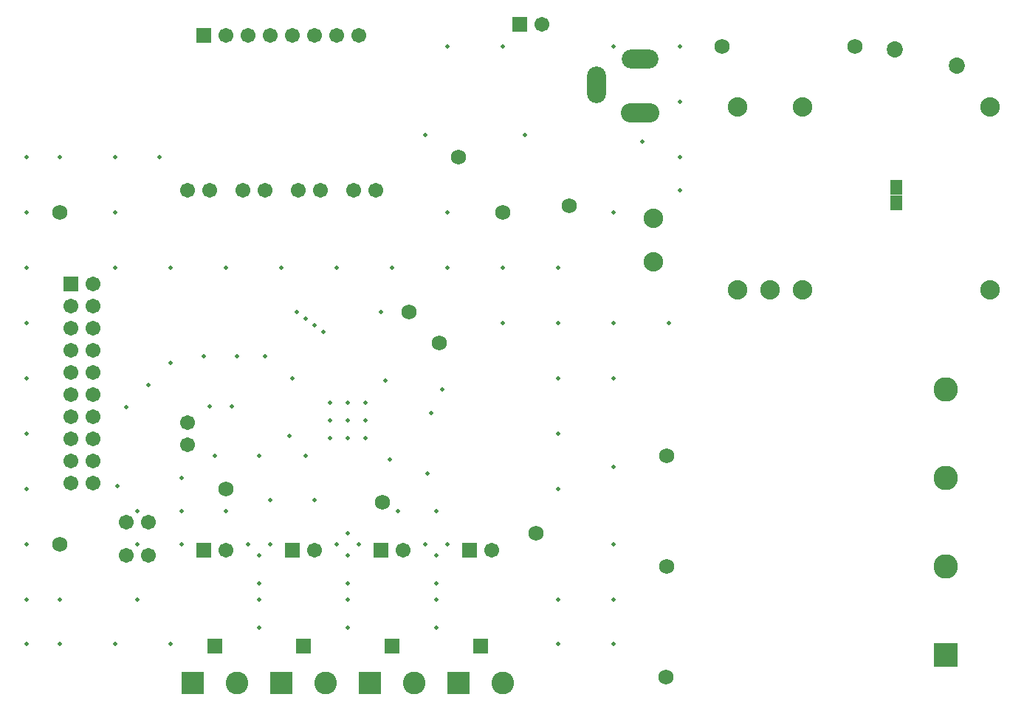
<source format=gbs>
%FSLAX25Y25*%
%MOIN*%
G70*
G01*
G75*
G04 Layer_Color=16711935*
G04:AMPARAMS|DCode=10|XSize=78.74mil|YSize=177.16mil|CornerRadius=0mil|HoleSize=0mil|Usage=FLASHONLY|Rotation=45.000|XOffset=0mil|YOffset=0mil|HoleType=Round|Shape=Rectangle|*
%AMROTATEDRECTD10*
4,1,4,0.03480,-0.09048,-0.09048,0.03480,-0.03480,0.09048,0.09048,-0.03480,0.03480,-0.09048,0.0*
%
%ADD10ROTATEDRECTD10*%

%ADD11R,0.05500X0.04000*%
%ADD12O,0.06000X0.11024*%
%ADD13R,0.06000X0.11024*%
G04:AMPARAMS|DCode=14|XSize=74.8mil|YSize=129.92mil|CornerRadius=0mil|HoleSize=0mil|Usage=FLASHONLY|Rotation=0.000|XOffset=0mil|YOffset=0mil|HoleType=Round|Shape=Octagon|*
%AMOCTAGOND14*
4,1,8,-0.01870,0.06496,0.01870,0.06496,0.03740,0.04626,0.03740,-0.04626,0.01870,-0.06496,-0.01870,-0.06496,-0.03740,-0.04626,-0.03740,0.04626,-0.01870,0.06496,0.0*
%
%ADD14OCTAGOND14*%

%ADD15R,0.02756X0.07087*%
%ADD16R,0.02756X0.05315*%
%ADD17R,0.04000X0.05500*%
%ADD18R,0.06000X0.06000*%
%ADD19R,0.07500X0.10000*%
%ADD20R,0.03500X0.03000*%
%ADD21R,0.06000X0.10000*%
%ADD22R,0.10000X0.06000*%
%ADD23R,0.04725X0.13779*%
%ADD24R,0.04725X0.13779*%
%ADD25R,0.06299X0.01181*%
%ADD26R,0.01181X0.06299*%
%ADD27C,0.02500*%
%ADD28C,0.05000*%
%ADD29C,0.01200*%
%ADD30C,0.01000*%
%ADD31C,0.02000*%
%ADD32C,0.03000*%
%ADD33C,0.01500*%
%ADD34C,0.06000*%
%ADD35R,0.05906X0.05906*%
%ADD36C,0.05906*%
%ADD37C,0.06500*%
%ADD38O,0.07874X0.15748*%
%ADD39O,0.15748X0.07874*%
%ADD40O,0.16535X0.07874*%
%ADD41R,0.10236X0.10236*%
%ADD42C,0.10236*%
%ADD43R,0.09449X0.09449*%
%ADD44C,0.09449*%
%ADD45R,0.05906X0.05906*%
%ADD46C,0.08000*%
%ADD47C,0.02000*%
%ADD48R,0.05000X0.06000*%
%ADD49C,0.00800*%
%ADD50C,0.01600*%
%ADD51C,0.00100*%
%ADD52C,0.01969*%
%ADD53C,0.04000*%
%ADD54C,0.00787*%
%ADD55C,0.00600*%
%ADD56R,0.05000X0.00400*%
%ADD57R,0.00400X0.05000*%
G04:AMPARAMS|DCode=58|XSize=86.74mil|YSize=185.17mil|CornerRadius=0mil|HoleSize=0mil|Usage=FLASHONLY|Rotation=45.000|XOffset=0mil|YOffset=0mil|HoleType=Round|Shape=Rectangle|*
%AMROTATEDRECTD58*
4,1,4,0.03480,-0.09613,-0.09613,0.03480,-0.03480,0.09613,0.09613,-0.03480,0.03480,-0.09613,0.0*
%
%ADD58ROTATEDRECTD58*%

%ADD59R,0.06300X0.04800*%
%ADD60O,0.06800X0.11824*%
%ADD61R,0.06800X0.11824*%
G04:AMPARAMS|DCode=62|XSize=82.8mil|YSize=137.92mil|CornerRadius=0mil|HoleSize=0mil|Usage=FLASHONLY|Rotation=0.000|XOffset=0mil|YOffset=0mil|HoleType=Round|Shape=Octagon|*
%AMOCTAGOND62*
4,1,8,-0.02070,0.06896,0.02070,0.06896,0.04140,0.04826,0.04140,-0.04826,0.02070,-0.06896,-0.02070,-0.06896,-0.04140,-0.04826,-0.04140,0.04826,-0.02070,0.06896,0.0*
%
%ADD62OCTAGOND62*%

%ADD63R,0.03556X0.07887*%
%ADD64R,0.03556X0.06115*%
%ADD65R,0.04800X0.06300*%
%ADD66R,0.06800X0.06800*%
%ADD67R,0.08300X0.10800*%
%ADD68R,0.04300X0.03800*%
%ADD69R,0.06800X0.10800*%
%ADD70R,0.10800X0.06800*%
%ADD71R,0.05525X0.14579*%
%ADD72R,0.05525X0.14579*%
%ADD73R,0.07099X0.01981*%
%ADD74R,0.01981X0.07099*%
%ADD75C,0.06800*%
%ADD76R,0.06706X0.06706*%
%ADD77C,0.06706*%
%ADD78C,0.07300*%
%ADD79O,0.08674X0.16548*%
%ADD80O,0.16548X0.08674*%
%ADD81O,0.17335X0.08674*%
%ADD82R,0.11036X0.11036*%
%ADD83C,0.11036*%
%ADD84R,0.10249X0.10249*%
%ADD85C,0.10249*%
%ADD86R,0.06706X0.06706*%
%ADD87C,0.08800*%
%ADD88R,0.05800X0.06800*%
D47*
X195000Y-235000D02*
D03*
X80000Y-220000D02*
D03*
X70000Y-75000D02*
D03*
X75000Y-125000D02*
D03*
X190000Y-65000D02*
D03*
X275000Y-100000D02*
D03*
X200000Y-25000D02*
D03*
X225000D02*
D03*
X10000Y-275000D02*
D03*
Y-250000D02*
D03*
Y-225000D02*
D03*
Y-200000D02*
D03*
Y-175000D02*
D03*
Y-150000D02*
D03*
X55000Y-188000D02*
D03*
X65000Y-178000D02*
D03*
X75000Y-168000D02*
D03*
X132000Y-145000D02*
D03*
X25000Y-75000D02*
D03*
X60000Y-235000D02*
D03*
X92500Y-187500D02*
D03*
X155000Y-202000D02*
D03*
X147000D02*
D03*
X163000D02*
D03*
X147000Y-194000D02*
D03*
X155000D02*
D03*
X163000D02*
D03*
X147000Y-186000D02*
D03*
X155000D02*
D03*
X163000D02*
D03*
X136000Y-148000D02*
D03*
X140000Y-151000D02*
D03*
X144000Y-154000D02*
D03*
X110000Y-250000D02*
D03*
X120000D02*
D03*
X115000Y-255000D02*
D03*
Y-267500D02*
D03*
Y-275000D02*
D03*
Y-287500D02*
D03*
X155000Y-275000D02*
D03*
Y-287500D02*
D03*
Y-267500D02*
D03*
Y-255000D02*
D03*
X150000Y-250000D02*
D03*
X160000D02*
D03*
X155000Y-245000D02*
D03*
X190000Y-250000D02*
D03*
X200000D02*
D03*
X195000Y-255000D02*
D03*
Y-267500D02*
D03*
Y-275000D02*
D03*
Y-287500D02*
D03*
X192500Y-190500D02*
D03*
X172000Y-176000D02*
D03*
X130000Y-175000D02*
D03*
X117500Y-165000D02*
D03*
X105000D02*
D03*
X90000D02*
D03*
X102500Y-187500D02*
D03*
X95000Y-210000D02*
D03*
X115000D02*
D03*
X128500Y-201000D02*
D03*
X174000Y-211500D02*
D03*
X191000Y-218000D02*
D03*
X177500Y-235000D02*
D03*
X136000Y-210000D02*
D03*
X197500Y-180000D02*
D03*
X10000Y-295000D02*
D03*
X25000Y-275000D02*
D03*
X50000Y-295000D02*
D03*
X25000D02*
D03*
X75000D02*
D03*
X60000Y-275000D02*
D03*
X100000Y-235000D02*
D03*
X60000Y-250000D02*
D03*
X120000Y-230000D02*
D03*
X80000Y-250000D02*
D03*
X300000Y-150000D02*
D03*
X275000D02*
D03*
X250000Y-125000D02*
D03*
Y-150000D02*
D03*
X225000D02*
D03*
X275000Y-175000D02*
D03*
X250000D02*
D03*
X225000Y-125000D02*
D03*
X200000D02*
D03*
Y-100000D02*
D03*
X235000Y-65000D02*
D03*
X275000Y-25000D02*
D03*
X288000Y-68000D02*
D03*
X175000Y-125000D02*
D03*
X125000D02*
D03*
X150000D02*
D03*
X100000D02*
D03*
X50000D02*
D03*
Y-100000D02*
D03*
X80000Y-235000D02*
D03*
X275000Y-275000D02*
D03*
Y-295000D02*
D03*
X250000D02*
D03*
Y-275000D02*
D03*
X275000Y-250000D02*
D03*
X250000Y-225000D02*
D03*
X275000Y-215000D02*
D03*
X250000Y-200000D02*
D03*
X140000Y-230000D02*
D03*
X10000Y-100000D02*
D03*
Y-125000D02*
D03*
Y-75000D02*
D03*
X170000Y-145000D02*
D03*
X51000Y-223500D02*
D03*
X305000Y-90000D02*
D03*
Y-75000D02*
D03*
Y-25000D02*
D03*
Y-50000D02*
D03*
X50000Y-75000D02*
D03*
D66*
X215000Y-296000D02*
D03*
X175000D02*
D03*
X135000D02*
D03*
X95000D02*
D03*
D75*
X182500Y-145000D02*
D03*
X196419Y-158919D02*
D03*
X25000Y-250000D02*
D03*
Y-100000D02*
D03*
X299000Y-210000D02*
D03*
Y-260000D02*
D03*
X298500Y-310000D02*
D03*
X170500Y-231000D02*
D03*
X100000Y-225000D02*
D03*
X205000Y-75000D02*
D03*
X255000Y-97000D02*
D03*
X384000Y-25000D02*
D03*
X324000D02*
D03*
X225000Y-100000D02*
D03*
X240000Y-245000D02*
D03*
D76*
X210000Y-252500D02*
D03*
X170000D02*
D03*
X130000D02*
D03*
X90000D02*
D03*
X232500Y-15000D02*
D03*
X90000Y-20000D02*
D03*
D77*
X220000Y-252500D02*
D03*
X180000D02*
D03*
X140000D02*
D03*
X100000D02*
D03*
X167500Y-90000D02*
D03*
X157500D02*
D03*
X132500D02*
D03*
X142500D02*
D03*
X117500D02*
D03*
X107500D02*
D03*
X82500D02*
D03*
X92500D02*
D03*
X65000Y-255000D02*
D03*
X55000D02*
D03*
X242500Y-15000D02*
D03*
X40000Y-222165D02*
D03*
X30000D02*
D03*
X40000Y-212165D02*
D03*
X30000D02*
D03*
X40000Y-202165D02*
D03*
X30000D02*
D03*
X40000Y-192165D02*
D03*
X30000D02*
D03*
X40000Y-182165D02*
D03*
X30000D02*
D03*
X40000Y-172165D02*
D03*
X30000D02*
D03*
X40000Y-162165D02*
D03*
X30000D02*
D03*
X40000Y-152165D02*
D03*
X30000D02*
D03*
X40000Y-142165D02*
D03*
X30000D02*
D03*
X40000Y-132165D02*
D03*
X82500Y-205000D02*
D03*
Y-195000D02*
D03*
X65000Y-240000D02*
D03*
X55000D02*
D03*
X100000Y-20000D02*
D03*
X110000D02*
D03*
X120000D02*
D03*
X130000D02*
D03*
X140000D02*
D03*
X150000D02*
D03*
X160000D02*
D03*
D78*
X430000Y-33750D02*
D03*
X402000Y-26250D02*
D03*
D79*
X267315Y-42339D02*
D03*
D80*
X287000Y-30528D02*
D03*
D81*
Y-54937D02*
D03*
D82*
X425000Y-300000D02*
D03*
D83*
Y-260000D02*
D03*
Y-180000D02*
D03*
Y-220000D02*
D03*
D84*
X205000Y-312500D02*
D03*
X165000D02*
D03*
X125000D02*
D03*
X85000D02*
D03*
D85*
X225000D02*
D03*
X185000D02*
D03*
X145000D02*
D03*
X105000D02*
D03*
D86*
X30000Y-132165D02*
D03*
D87*
X293000Y-122343D02*
D03*
X293000Y-102657D02*
D03*
X445000Y-52323D02*
D03*
X360355Y-52323D02*
D03*
X330827Y-52323D02*
D03*
X330827Y-135000D02*
D03*
X445000Y-135000D02*
D03*
X345591Y-135000D02*
D03*
X360355Y-135000D02*
D03*
D88*
X402500Y-88500D02*
D03*
Y-95500D02*
D03*
M02*

</source>
